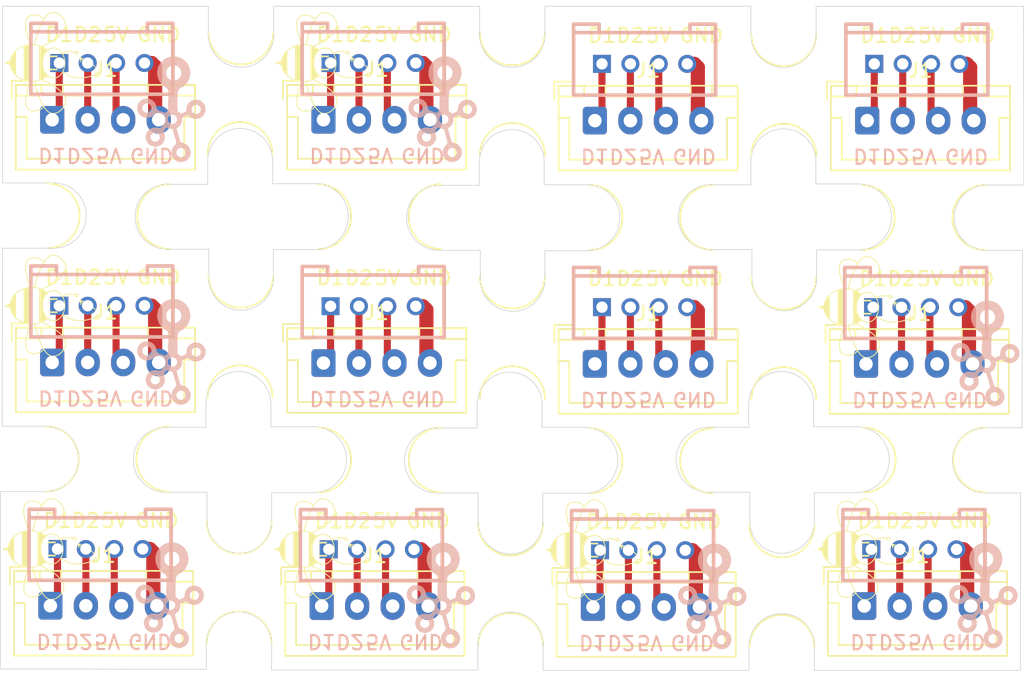
<source format=kicad_pcb>
(kicad_pcb (version 20241229) (generator "pcbnew") (generator_version "9.0")
  (layers (0 "F.Cu" signal) (2 "B.Cu" signal) (13 "F.Paste" user) (15 "B.Paste" user) (5 "F.SilkS" user "F.Silkscreen") (7 "B.SilkS" user "B.Silkscreen") (1 "F.Mask" user) (3 "B.Mask" user) (25 "Edge.Cuts" user))
  (net 0 "")
  (net 1 "GND")
  (net 2 "+5V")
  (net 3 "Net-(J1-Pad2)")
  (net 4 "Net-(J1-Pad1)")
  (footprint "Connector_JST:JST_XH_B4B-XH-A_1x04_P2.50mm_Vertical" (layer "F.Cu") (at 98.276 93.817)
    (property "Reference" "J1")
    (property "Value" "Conn_01x04")
  )
  (footprint "logo-beehive:logo-beehive-7_2х6_7mm" (layer "F.Cu") (at 98.276 89.817 -90)
    (property "Reference" "G***" (hide yes))
    (property "Value" "LOGO" (hide yes))
  )
  (footprint "Connector_JST:JST_XH_B4B-XH-A_1x04_P2.50mm_Vertical" (layer "F.Cu") (at 117.3795 93.817)
    (property "Reference" "J1")
    (property "Value" "Conn_01x04")
  )
  (footprint "Connector_JST:JST_XH_B4B-XH-A_1x04_P2.50mm_Vertical" (layer "F.Cu") (at 155.5865 111.0255)
    (property "Reference" "J1")
    (property "Value" "Conn_01x04")
  )
  (footprint "Connector_JST:JST_XH_B4B-XH-A_1x04_P2.50mm_Vertical" (layer "F.Cu") (at 98.276 110.9205)
    (property "Reference" "J1")
    (property "Value" "Conn_01x04")
  )
  (footprint "Connector_JST:JST_XH_B4B-XH-A_1x04_P2.50mm_Vertical" (layer "F.Cu") (at 117.2525 128.0875)
    (property "Reference" "J1")
    (property "Value" "Conn_01x04")
  )
  (footprint "Connector_JST:JST_XH_B4B-XH-A_1x04_P2.50mm_Vertical" (layer "F.Cu") (at 136.356 128.151)
    (property "Reference" "J1")
    (property "Value" "Conn_01x04")
  )
  (footprint "Connector_JST:JST_XH_B4B-XH-A_1x04_P2.50mm_Vertical" (layer "F.Cu") (at 155.4595 128.0875)
    (property "Reference" "J1")
    (property "Value" "Conn_01x04")
  )
  (footprint "logo-beehive:logo-beehive-7_2х6_7mm" (layer "F.Cu") (at 117.3795 89.817 -90)
    (property "Reference" "G***" (hide yes))
    (property "Value" "LOGO" (hide yes))
  )
  (footprint "logo-beehive:logo-beehive-7_2х6_7mm" (layer "F.Cu") (at 155.5865 107.0255 -90)
    (property "Reference" "G***" (hide yes))
    (property "Value" "LOGO" (hide yes))
  )
  (footprint "logo-beehive:logo-beehive-7_2х6_7mm" (layer "F.Cu") (at 98.276 106.9205 -90)
    (property "Reference" "G***" (hide yes))
    (property "Value" "LOGO" (hide yes))
  )
  (footprint "logo-beehive:logo-beehive-7_2х6_7mm" (layer "F.Cu") (at 117.2525 124.0875 -90)
    (property "Reference" "G***" (hide yes))
    (property "Value" "LOGO" (hide yes))
  )
  (footprint "logo-beehive:logo-beehive-7_2х6_7mm" (layer "F.Cu") (at 136.356 124.151 -90)
    (property "Reference" "G***" (hide yes))
    (property "Value" "LOGO" (hide yes))
  )
  (footprint "logo-beehive:logo-beehive-7_2х6_7mm" (layer "F.Cu") (at 155.4595 124.0875 -90)
    (property "Reference" "G***" (hide yes))
    (property "Value" "LOGO" (hide yes))
  )
  (footprint "panelization:mouse-bite-5mm-slot" (layer "F.Cu") (at 102.235 100.584 180)
    (property "Reference" "mouse-bite-5mm-slot" (hide yes))
    (property "Value" "VAL**" (hide yes))
  )
  (footprint "panelization:mouse-bite-5mm-slot" (layer "F.Cu") (at 130.683 92.0115 90)
    (property "Reference" "mouse-bite-5mm-slot" (hide yes))
    (property "Value" "VAL**" (hide yes))
  )
  (footprint "panelization:mouse-bite-5mm-slot" (layer "F.Cu") (at 121.352 100.6475 180)
    (property "Reference" "mouse-bite-5mm-slot" (hide yes))
    (property "Value" "VAL**" (hide yes))
  )
  (footprint "panelization:mouse-bite-5mm-slot" (layer "F.Cu") (at 130.556 126.559 90)
    (property "Reference" "mouse-bite-5mm-slot" (hide yes))
    (property "Value" "VAL**" (hide yes))
  )
  (footprint "panelization:mouse-bite-5mm-slot" (layer "F.Cu") (at 159.706 117.7925 180)
    (property "Reference" "mouse-bite-5mm-slot" (hide yes))
    (property "Value" "VAL**" (hide yes))
  )
  (footprint "logo-beehive:logo-beehive-7_2х6_7mm" (layer "F.Cu") (at 98.149 124.0655 -90)
    (property "Reference" "G***" (hide yes))
    (property "Value" "LOGO" (hide yes))
  )
  (footprint "Connector_JST:JST_XH_B4B-XH-A_1x04_P2.50mm_Vertical" (layer "F.Cu") (at 98.149 128.0655)
    (property "Reference" "J1")
    (property "Value" "Conn_01x04")
  )
  (footprint "Connector_JST:JST_XH_B4B-XH-A_1x04_P2.50mm_Vertical" (layer "F.Cu") (at 136.493 111.022)
    (property "Reference" "J1")
    (property "Value" "Conn_01x04")
  )
  (footprint "panelization:mouse-bite-5mm-slot" (layer "F.Cu") (at 111.566 109.0895 90)
    (property "Reference" "mouse-bite-5mm-slot" (hide yes))
    (property "Value" "VAL**" (hide yes))
  )
  (footprint "panelization:mouse-bite-5mm-slot" (layer "F.Cu") (at 159.639 100.711 180)
    (property "Reference" "mouse-bite-5mm-slot" (hide yes))
    (property "Value" "VAL**" (hide yes))
  )
  (footprint "panelization:mouse-bite-5mm-slot" (layer "F.Cu") (at 149.7965 109.2165 90)
    (property "Reference" "mouse-bite-5mm-slot" (hide yes))
    (property "Value" "VAL**" (hide yes))
  )
  (footprint "panelization:mouse-bite-5mm-slot" (layer "F.Cu") (at 111.4425 126.4285 90)
    (property "Reference" "mouse-bite-5mm-slot" (hide yes))
    (property "Value" "VAL**" (hide yes))
  )
  (footprint "Connector_JST:JST_XH_B4B-XH-A_1x04_P2.50mm_Vertical" (layer "F.Cu") (at 136.493 93.877)
    (property "Reference" "J1")
    (property "Value" "Conn_01x04")
  )
  (footprint "Connector_JST:JST_XH_B4B-XH-A_1x04_P2.50mm_Vertical" (layer "F.Cu") (at 117.3795 110.9585)
    (property "Reference" "J1")
    (property "Value" "Conn_01x04")
  )
  (footprint "panelization:mouse-bite-5mm-slot" (layer "F.Cu") (at 149.6695 126.686 90)
    (property "Reference" "mouse-bite-5mm-slot" (hide yes))
    (property "Value" "VAL**" (hide yes))
  )
  (footprint "panelization:mouse-bite-5mm-slot" (layer "F.Cu") (at 130.683 109.153 90)
    (property "Reference" "mouse-bite-5mm-slot" (hide yes))
    (property "Value" "VAL**" (hide yes))
  )
  (footprint "Connector_JST:JST_XH_B4B-XH-A_1x04_P2.50mm_Vertical" (layer "F.Cu") (at 155.67 93.877)
    (property "Reference" "J1")
    (property "Value" "Conn_01x04")
  )
  (footprint "panelization:mouse-bite-5mm-slot" (layer "F.Cu") (at 140.4655 117.8525 180)
    (property "Reference" "mouse-bite-5mm-slot" (hide yes))
    (property "Value" "VAL**" (hide yes))
  )
  (footprint "panelization:mouse-bite-5mm-slot" (layer "F.Cu") (at 111.566 91.948 90)
    (property "Reference" "mouse-bite-5mm-slot" (hide yes))
    (property "Value" "VAL**" (hide yes))
  )
  (footprint "panelization:mouse-bite-5mm-slot" (layer "F.Cu") (at 102.175 117.729 180)
    (property "Reference" "mouse-bite-5mm-slot" (hide yes))
    (property "Value" "VAL**" (hide yes))
  )
  (footprint "panelization:mouse-bite-5mm-slot" (layer "F.Cu") (at 121.352 117.789 180)
    (property "Reference" "mouse-bite-5mm-slot" (hide yes))
    (property "Value" "VAL**" (hide yes))
  )
  (footprint "panelization:mouse-bite-5mm-slot" (layer "F.Cu") (at 140.4655 100.7075 180)
    (property "Reference" "mouse-bite-5mm-slot" (hide yes))
    (property "Value" "VAL**" (hide yes))
  )
  (footprint "panelization:mouse-bite-5mm-slot" (layer "F.Cu") (at 149.7965 92.0715 90)
    (property "Reference" "mouse-bite-5mm-slot" (hide yes))
    (property "Value" "VAL**" (hide yes))
  )
  (footprint "Grove-Gas Sensor v1.4:4P-LEADED-2.0" (layer "B.Cu") (at 101.776 89.817)
    (property "Reference" "J2")
    (property "Value" "Conn_01x04")
  )
  (footprint "Grove-Gas Sensor v1.4:TWIGLOGO" (layer "B.Cu") (at 106.776 90.317)
    (property "Reference" "U$3" (hide yes))
    (property "Value" "" (hide yes))
  )
  (footprint "Grove-Gas Sensor v1.4:4P-LEADED-2.0" (layer "B.Cu") (at 120.8795 89.817)
    (property "Reference" "J2")
    (property "Value" "Conn_01x04")
  )
  (footprint "Grove-Gas Sensor v1.4:4P-LEADED-2.0" (layer "B.Cu") (at 159.0865 107.0255)
    (property "Reference" "J2")
    (property "Value" "Conn_01x04")
  )
  (footprint "Grove-Gas Sensor v1.4:4P-LEADED-2.0" (layer "B.Cu") (at 101.776 106.9205)
    (property "Reference" "J2")
    (property "Value" "Conn_01x04")
  )
  (footprint "Grove-Gas Sensor v1.4:4P-LEADED-2.0" (layer "B.Cu") (at 120.7525 124.0875)
    (property "Reference" "J2")
    (property "Value" "Conn_01x04")
  )
  (footprint "Grove-Gas Sensor v1.4:4P-LEADED-2.0" (layer "B.Cu") (at 139.856 124.151)
    (property "Reference" "J2")
    (property "Value" "Conn_01x04")
  )
  (footprint "Grove-Gas Sensor v1.4:4P-LEADED-2.0" (layer "B.Cu") (at 158.9595 124.0875)
    (property "Reference" "J2")
    (property "Value" "Conn_01x04")
  )
  (footprint "Grove-Gas Sensor v1.4:TWIGLOGO" (layer "B.Cu") (at 125.8795 90.317)
    (property "Reference" "U$3" (hide yes))
    (property "Value" "" (hide yes))
  )
  (footprint "Grove-Gas Sensor v1.4:TWIGLOGO" (layer "B.Cu") (at 164.0865 107.5255)
    (property "Reference" "U$3" (hide yes))
    (property "Value" "" (hide yes))
  )
  (footprint "Grove-Gas Sensor v1.4:TWIGLOGO" (layer "B.Cu") (at 106.776 107.4205)
    (property "Reference" "U$3" (hide yes))
    (property "Value" "" (hide yes))
  )
  (footprint "Grove-Gas Sensor v1.4:TWIGLOGO" (layer "B.Cu") (at 125.7525 124.5875)
    (property "Reference" "U$3" (hide yes))
    (property "Value" "" (hide yes))
  )
  (footprint "Grove-Gas Sensor v1.4:TWIGLOGO" (layer "B.Cu") (at 144.856 124.651)
    (property "Reference" "U$3" (hide yes))
    (property "Value" "" (hide yes))
  )
  (footprint "Grove-Gas Sensor v1.4:TWIGLOGO" (layer "B.Cu") (at 163.9595 124.5875)
    (property "Reference" "U$3" (hide yes))
    (property "Value" "" (hide yes))
  )
  (footprint "Grove-Gas Sensor v1.4:4P-LEADED-2.0" (layer "B.Cu") (at 101.649 124.0655)
    (property "Reference" "J2")
    (property "Value" "Conn_01x04")
  )
  (footprint "Grove-Gas Sensor v1.4:TWIGLOGO" (layer "B.Cu") (at 106.649 124.5655)
    (property "Reference" "U$3" (hide yes))
    (property "Value" "" (hide yes))
  )
  (footprint "Grove-Gas Sensor v1.4:4P-LEADED-2.0" (layer "B.Cu") (at 139.993 107.022)
    (property "Reference" "J2")
    (property "Value" "Conn_01x04")
  )
  (footprint "Grove-Gas Sensor v1.4:4P-LEADED-2.0" (layer "B.Cu") (at 159.17 89.877)
    (property "Reference" "J2")
    (property "Value" "Conn_01x04")
  )
  (footprint "Grove-Gas Sensor v1.4:4P-LEADED-2.0" (layer "B.Cu") (at 120.8795 106.9585)
    (property "Reference" "J2")
    (property "Value" "Conn_01x04")
  )
  (footprint "Grove-Gas Sensor v1.4:4P-LEADED-2.0" (layer "B.Cu") (at 139.993 89.877)
    (property "Reference" "J2")
    (property "Value" "Conn_01x04")
  )
  (gr_line (start 113.676 113.842) (end 113.676 115.442) (stroke (width 0.05)) (layer "Edge.Cuts"))
  (gr_arc (start 128.351 96.792) (mid 130.6385 94.5045) (end 132.926 96.792) (stroke (width 0.05)) (layer "Edge.Cuts"))
  (gr_arc (start 116.801 98.317) (mid 119.126 100.642) (end 116.801 102.967) (stroke (width 0.05)) (layer "Edge.Cuts"))
  (gr_line (start 166.476 120.117) (end 166.451 132.617) (stroke (width 0.05)) (layer "Edge.Cuts"))
  (gr_line (start 113.726 120.092) (end 113.726 122.092) (stroke (width 0.05)) (layer "Edge.Cuts"))
  (gr_line (start 94.626 120.017) (end 97.826 120.017) (stroke (width 0.05)) (layer "Edge.Cuts"))
  (gr_arc (start 155.051 98.342) (mid 157.376 100.667) (end 155.051 102.992) (stroke (width 0.05)) (layer "Edge.Cuts"))
  (gr_line (start 94.776 85.817) (end 109.276 85.817) (stroke (width 0.05)) (layer "Edge.Cuts"))
  (gr_line (start 132.926 98.392) (end 135.926 98.392) (stroke (width 0.05)) (layer "Edge.Cuts"))
  (gr_arc (start 97.851 115.417) (mid 100.1385 117.7295) (end 97.826 120.017) (stroke (width 0.05)) (layer "Edge.Cuts"))
  (gr_line (start 147.476 98.392) (end 147.476 96.742) (stroke (width 0.05)) (layer "Edge.Cuts"))
  (gr_line (start 166.701 98.417) (end 164.101 98.417) (stroke (width 0.05)) (layer "Edge.Cuts"))
  (gr_arc (start 144.501 120.067) (mid 142.2135 117.7795) (end 144.501 115.492) (stroke (width 0.05)) (layer "Edge.Cuts"))
  (gr_line (start 109.101 115.492) (end 109.101 113.842) (stroke (width 0.05)) (layer "Edge.Cuts"))
  (gr_arc (start 106.401 102.942) (mid 104.1135 100.6545) (end 106.401 98.367) (stroke (width 0.05)) (layer "Edge.Cuts"))
  (gr_line (start 147.401 122.092) (end 147.401 120.067) (stroke (width 0.05)) (layer "Edge.Cuts"))
  (gr_line (start 116.801 102.967) (end 113.851 102.967) (stroke (width 0.05)) (layer "Edge.Cuts"))
  (gr_arc (start 113.851 104.967) (mid 111.576 107.242) (end 109.301 104.967) (stroke (width 0.05)) (layer "Edge.Cuts"))
  (gr_arc (start 106.276 120.067) (mid 103.9885 117.7795) (end 106.276 115.492) (stroke (width 0.05)) (layer "Edge.Cuts"))
  (gr_arc (start 132.976 87.817) (mid 130.676 90.117) (end 128.376 87.817) (stroke (width 0.05)) (layer "Edge.Cuts"))
  (gr_arc (start 164.101 103.017) (mid 161.801 100.717) (end 164.101 98.417) (stroke (width 0.05)) (layer "Edge.Cuts"))
  (gr_line (start 144.651 98.392) (end 147.476 98.392) (stroke (width 0.05)) (layer "Edge.Cuts"))
  (gr_line (start 151.951 132.617) (end 151.951 130.917) (stroke (width 0.05)) (layer "Edge.Cuts"))
  (gr_line (start 106.276 115.492) (end 109.101 115.492) (stroke (width 0.05)) (layer "Edge.Cuts"))
  (gr_line (start 144.501 115.492) (end 147.326 115.492) (stroke (width 0.05)) (layer "Edge.Cuts"))
  (gr_line (start 151.901 115.442) (end 154.901 115.442) (stroke (width 0.05)) (layer "Edge.Cuts"))
  (gr_line (start 166.451 132.617) (end 151.951 132.617) (stroke (width 0.05)) (layer "Edge.Cuts"))
  (gr_line (start 152.076 87.817) (end 152.076 85.817) (stroke (width 0.05)) (layer "Edge.Cuts"))
  (gr_line (start 147.351 132.617) (end 132.851 132.617) (stroke (width 0.05)) (layer "Edge.Cuts"))
  (gr_line (start 109.126 130.792) (end 109.126 132.542) (stroke (width 0.05)) (layer "Edge.Cuts"))
  (gr_arc (start 128.251 130.817) (mid 130.551 128.517) (end 132.851 130.817) (stroke (width 0.05)) (layer "Edge.Cuts"))
  (gr_arc (start 113.876 87.817) (mid 111.576 90.117) (end 109.276 87.817) (stroke (width 0.05)) (layer "Edge.Cuts"))
  (gr_arc (start 109.126 130.792) (mid 111.426 128.492) (end 113.726 130.792) (stroke (width 0.05)) (layer "Edge.Cuts"))
  (gr_line (start 113.676 115.442) (end 116.676 115.442) (stroke (width 0.05)) (layer "Edge.Cuts"))
  (gr_line (start 109.301 104.967) (end 109.301 102.942) (stroke (width 0.05)) (layer "Edge.Cuts"))
  (gr_line (start 154.901 120.092) (end 151.951 120.092) (stroke (width 0.05)) (layer "Edge.Cuts"))
  (gr_line (start 132.976 103.042) (end 132.976 105.042) (stroke (width 0.05)) (layer "Edge.Cuts"))
  (gr_line (start 163.976 120.117) (end 166.476 120.117) (stroke (width 0.05)) (layer "Edge.Cuts"))
  (gr_arc (start 152.101 104.992) (mid 149.826 107.267) (end 147.551 104.992) (stroke (width 0.05)) (layer "Edge.Cuts"))
  (gr_line (start 128.276 122.142) (end 128.276 120.117) (stroke (width 0.05)) (layer "Edge.Cuts"))
  (gr_arc (start 151.951 122.092) (mid 149.676 124.367) (end 147.401 122.092) (stroke (width 0.05)) (layer "Edge.Cuts"))
  (gr_line (start 147.351 130.917) (end 147.351 132.617) (stroke (width 0.05)) (layer "Edge.Cuts"))
  (gr_line (start 151.901 113.842) (end 151.901 115.442) (stroke (width 0.05)) (layer "Edge.Cuts"))
  (gr_arc (start 135.776 115.492) (mid 138.101 117.817) (end 135.776 120.142) (stroke (width 0.05)) (layer "Edge.Cuts"))
  (gr_line (start 94.776 98.267) (end 94.776 85.817) (stroke (width 0.05)) (layer "Edge.Cuts"))
  (gr_line (start 109.301 102.942) (end 106.401 102.942) (stroke (width 0.05)) (layer "Edge.Cuts"))
  (gr_line (start 106.401 98.367) (end 109.226 98.367) (stroke (width 0.05)) (layer "Edge.Cuts"))
  (gr_line (start 128.426 103.017) (end 125.526 103.017) (stroke (width 0.05)) (layer "Edge.Cuts"))
  (gr_line (start 128.276 120.117) (end 125.376 120.117) (stroke (width 0.05)) (layer "Edge.Cuts"))
  (gr_line (start 152.051 98.342) (end 155.051 98.342) (stroke (width 0.05)) (layer "Edge.Cuts"))
  (gr_line (start 132.926 96.792) (end 132.926 98.392) (stroke (width 0.05)) (layer "Edge.Cuts"))
  (gr_line (start 128.351 98.442) (end 128.351 96.792) (stroke (width 0.05)) (layer "Edge.Cuts"))
  (gr_line (start 166.601 103.017) (end 166.576 115.517) (stroke (width 0.05)) (layer "Edge.Cuts"))
  (gr_line (start 94.776 98.267) (end 98.376 98.267) (stroke (width 0.05)) (layer "Edge.Cuts"))
  (gr_arc (start 152.076 87.817) (mid 149.776 90.117) (end 147.476 87.817) (stroke (width 0.05)) (layer "Edge.Cuts"))
  (gr_line (start 109.276 85.817) (end 109.276 87.817) (stroke (width 0.05)) (layer "Edge.Cuts"))
  (gr_line (start 135.776 120.142) (end 132.826 120.142) (stroke (width 0.05)) (layer "Edge.Cuts"))
  (gr_line (start 113.876 87.817) (end 113.876 85.817) (stroke (width 0.05)) (layer "Edge.Cuts"))
  (gr_line (start 113.801 98.317) (end 116.801 98.317) (stroke (width 0.05)) (layer "Edge.Cuts"))
  (gr_arc (start 147.476 96.742) (mid 149.7635 94.4545) (end 152.051 96.742) (stroke (width 0.05)) (layer "Edge.Cuts"))
  (gr_line (start 94.626 132.517) (end 94.626 120.017) (stroke (width 0.05)) (layer "Edge.Cuts"))
  (gr_line (start 166.576 115.517) (end 163.976 115.517) (stroke (width 0.05)) (layer "Edge.Cuts"))
  (gr_line (start 109.176 122.092) (end 109.176 120.067) (stroke (width 0.05)) (layer "Edge.Cuts"))
  (gr_line (start 128.251 132.592) (end 113.726 132.592) (stroke (width 0.05)) (layer "Edge.Cuts"))
  (gr_line (start 132.776 113.892) (end 132.776 115.492) (stroke (width 0.05)) (layer "Edge.Cuts"))
  (gr_line (start 132.851 132.617) (end 132.851 130.817) (stroke (width 0.05)) (layer "Edge.Cuts"))
  (gr_line (start 147.551 102.967) (end 144.651 102.967) (stroke (width 0.05)) (layer "Edge.Cuts"))
  (gr_line (start 113.801 96.717) (end 113.801 98.317) (stroke (width 0.05)) (layer "Edge.Cuts"))
  (gr_line (start 155.051 102.992) (end 152.101 102.992) (stroke (width 0.05)) (layer "Edge.Cuts"))
  (gr_arc (start 147.326 113.842) (mid 149.6135 111.5545) (end 151.901 113.842) (stroke (width 0.05)) (layer "Edge.Cuts"))
  (gr_line (start 151.951 120.092) (end 151.951 122.092) (stroke (width 0.05)) (layer "Edge.Cuts"))
  (gr_line (start 94.751 115.417) (end 94.776 102.867) (stroke (width 0.05)) (layer "Edge.Cuts"))
  (gr_line (start 152.051 96.742) (end 152.051 98.342) (stroke (width 0.05)) (layer "Edge.Cuts"))
  (gr_arc (start 109.226 96.717) (mid 111.5135 94.4295) (end 113.801 96.717) (stroke (width 0.05)) (layer "Edge.Cuts"))
  (gr_arc (start 125.526 103.017) (mid 123.2385 100.7295) (end 125.526 98.442) (stroke (width 0.05)) (layer "Edge.Cuts"))
  (gr_line (start 152.101 102.992) (end 152.101 104.992) (stroke (width 0.05)) (layer "Edge.Cuts"))
  (gr_line (start 166.676 85.817) (end 166.701 98.417) (stroke (width 0.05)) (layer "Edge.Cuts"))
  (gr_line (start 128.251 130.817) (end 128.251 132.592) (stroke (width 0.05)) (layer "Edge.Cuts"))
  (gr_line (start 132.976 87.817) (end 132.976 85.817) (stroke (width 0.05)) (layer "Edge.Cuts"))
  (gr_arc (start 113.726 122.092) (mid 111.451 124.367) (end 109.176 122.092) (stroke (width 0.05)) (layer "Edge.Cuts"))
  (gr_arc (start 147.351 130.917) (mid 149.651 128.617) (end 151.951 130.917) (stroke (width 0.05)) (layer "Edge.Cuts"))
  (gr_arc (start 132.976 105.042) (mid 130.701 107.317) (end 128.426 105.042) (stroke (width 0.05)) (layer "Edge.Cuts"))
  (gr_line (start 113.726 132.592) (end 113.726 130.792) (stroke (width 0.05)) (layer "Edge.Cuts"))
  (gr_arc (start 144.651 102.967) (mid 142.3635 100.6795) (end 144.651 98.392) (stroke (width 0.05)) (layer "Edge.Cuts"))
  (gr_line (start 98.376 102.867) (end 94.776 102.867) (stroke (width 0.05)) (layer "Edge.Cuts"))
  (gr_line (start 147.326 115.492) (end 147.326 113.842) (stroke (width 0.05)) (layer "Edge.Cuts"))
  (gr_line (start 132.976 85.817) (end 147.476 85.817) (stroke (width 0.05)) (layer "Edge.Cuts"))
  (gr_line (start 147.401 120.067) (end 144.501 120.067) (stroke (width 0.05)) (layer "Edge.Cuts"))
  (gr_line (start 147.476 85.817) (end 147.476 87.817) (stroke (width 0.05)) (layer "Edge.Cuts"))
  (gr_line (start 164.101 103.017) (end 166.601 103.017) (stroke (width 0.05)) (layer "Edge.Cuts"))
  (gr_line (start 132.826 120.142) (end 132.826 122.142) (stroke (width 0.05)) (layer "Edge.Cuts"))
  (gr_arc (start 154.901 115.442) (mid 157.226 117.767) (end 154.901 120.092) (stroke (width 0.05)) (layer "Edge.Cuts"))
  (gr_line (start 113.851 102.967) (end 113.851 104.967) (stroke (width 0.05)) (layer "Edge.Cuts"))
  (gr_arc (start 109.101 113.842) (mid 111.3885 111.5545) (end 113.676 113.842) (stroke (width 0.05)) (layer "Edge.Cuts"))
  (gr_arc (start 132.826 122.142) (mid 130.551 124.417) (end 128.276 122.142) (stroke (width 0.05)) (layer "Edge.Cuts"))
  (gr_line (start 132.776 115.492) (end 135.776 115.492) (stroke (width 0.05)) (layer "Edge.Cuts"))
  (gr_line (start 128.426 105.042) (end 128.426 103.017) (stroke (width 0.05)) (layer "Edge.Cuts"))
  (gr_line (start 152.076 85.817) (end 166.676 85.817) (stroke (width 0.05)) (layer "Edge.Cuts"))
  (gr_arc (start 135.926 98.392) (mid 138.251 100.717) (end 135.926 103.042) (stroke (width 0.05)) (layer "Edge.Cuts"))
  (gr_line (start 125.376 115.542) (end 128.201 115.542) (stroke (width 0.05)) (layer "Edge.Cuts"))
  (gr_arc (start 98.376 98.267) (mid 100.676 100.567) (end 98.376 102.867) (stroke (width 0.05)) (layer "Edge.Cuts"))
  (gr_line (start 113.876 85.817) (end 128.376 85.817) (stroke (width 0.05)) (layer "Edge.Cuts"))
  (gr_line (start 128.201 115.542) (end 128.201 113.892) (stroke (width 0.05)) (layer "Edge.Cuts"))
  (gr_arc (start 163.976 120.117) (mid 161.676 117.817) (end 163.976 115.517) (stroke (width 0.05)) (layer "Edge.Cuts"))
  (gr_line (start 135.926 103.042) (end 132.976 103.042) (stroke (width 0.05)) (layer "Edge.Cuts"))
  (gr_line (start 116.676 120.092) (end 113.726 120.092) (stroke (width 0.05)) (layer "Edge.Cuts"))
  (gr_line (start 109.126 132.542) (end 94.626 132.517) (stroke (width 0.05)) (layer "Edge.Cuts"))
  (gr_line (start 109.226 98.367) (end 109.226 96.717) (stroke (width 0.05)) (layer "Edge.Cuts"))
  (gr_arc (start 128.201 113.892) (mid 130.4885 111.6045) (end 132.776 113.892) (stroke (width 0.05)) (layer "Edge.Cuts"))
  (gr_line (start 147.551 104.992) (end 147.551 102.967) (stroke (width 0.05)) (layer "Edge.Cuts"))
  (gr_line (start 97.851 115.417) (end 94.751 115.417) (stroke (width 0.05)) (layer "Edge.Cuts"))
  (gr_arc (start 125.376 120.117) (mid 123.0885 117.8295) (end 125.376 115.542) (stroke (width 0.05)) (layer "Edge.Cuts"))
  (gr_arc (start 116.676 115.442) (mid 119.001 117.767) (end 116.676 120.092) (stroke (width 0.05)) (layer "Edge.Cuts"))
  (gr_line (start 109.176 120.067) (end 106.276 120.067) (stroke (width 0.05)) (layer "Edge.Cuts"))
  (gr_line (start 125.526 98.442) (end 128.351 98.442) (stroke (width 0.05)) (layer "Edge.Cuts"))
  (gr_line (start 128.376 85.817) (end 128.376 87.817) (stroke (width 0.05)) (layer "Edge.Cuts"))
  (gr_text "5V" (at 102.776 87.817 0) (layer "F.SilkS") (effects (font (size 1 1))))
  (gr_text "D2" (at 100.776 87.817 0) (layer "F.SilkS") (effects (font (size 1 1))))
  (gr_text "D1" (at 98.776 87.817 0) (layer "F.SilkS") (effects (font (size 1 1))))
  (gr_text "D2" (at 119.8795 87.817 0) (layer "F.SilkS") (effects (font (size 1 1))))
  (gr_text "D2" (at 158.0865 105.0255 0) (layer "F.SilkS") (effects (font (size 1 1))))
  (gr_text "D2" (at 100.776 104.9205 0) (layer "F.SilkS") (effects (font (size 1 1))))
  (gr_text "D2" (at 119.7525 122.0875 0) (layer "F.SilkS") (effects (font (size 1 1))))
  (gr_text "D2" (at 138.856 122.151 0) (layer "F.SilkS") (effects (font (size 1 1))))
  (gr_text "D2" (at 157.9595 122.0875 0) (layer "F.SilkS") (effects (font (size 1 1))))
  (gr_text "5V" (at 121.8795 87.817 0) (layer "F.SilkS") (effects (font (size 1 1))))
  (gr_text "5V" (at 160.0865 105.0255 0) (layer "F.SilkS") (effects (font (size 1 1))))
  (gr_text "5V" (at 102.776 104.9205 0) (layer "F.SilkS") (effects (font (size 1 1))))
  (gr_text "5V" (at 121.7525 122.0875 0) (layer "F.SilkS") (effects (font (size 1 1))))
  (gr_text "5V" (at 140.856 122.151 0) (layer "F.SilkS") (effects (font (size 1 1))))
  (gr_text "5V" (at 159.9595 122.0875 0) (layer "F.SilkS") (effects (font (size 1 1))))
  (gr_text "D1" (at 117.8795 87.817 0) (layer "F.SilkS") (effects (font (size 1 1))))
  (gr_text "D1" (at 156.0865 105.0255 0) (layer "F.SilkS") (effects (font (size 1 1))))
  (gr_text "D1" (at 98.776 104.9205 0) (layer "F.SilkS") (effects (font (size 1 1))))
  (gr_text "D1" (at 117.7525 122.0875 0) (layer "F.SilkS") (effects (font (size 1 1))))
  (gr_text "D1" (at 136.856 122.151 0) (layer "F.SilkS") (effects (font (size 1 1))))
  (gr_text "D1" (at 155.9595 122.0875 0) (layer "F.SilkS") (effects (font (size 1 1))))
  (gr_text "GND" (at 124.8795 87.817 0) (layer "F.SilkS") (effects (font (size 1 1))))
  (gr_text "GND" (at 163.0865 105.0255 0) (layer "F.SilkS") (effects (font (size 1 1))))
  (gr_text "GND" (at 105.776 104.9205 0) (layer "F.SilkS") (effects (font (size 1 1))))
  (gr_text "GND" (at 124.7525 122.0875 0) (layer "F.SilkS") (effects (font (size 1 1))))
  (gr_text "GND" (at 143.856 122.151 0) (layer "F.SilkS") (effects (font (size 1 1))))
  (gr_text "GND" (at 162.9595 122.0875 0) (layer "F.SilkS") (effects (font (size 1 1))))
  (gr_text "D1" (at 98.649 122.0655 0) (layer "F.SilkS") (effects (font (size 1 1))))
  (gr_text "GND" (at 105.649 122.0655 0) (layer "F.SilkS") (effects (font (size 1 1))))
  (gr_text "5V" (at 102.649 122.0655 0) (layer "F.SilkS") (effects (font (size 1 1))))
  (gr_text "D2" (at 100.649 122.0655 0) (layer "F.SilkS") (effects (font (size 1 1))))
  (gr_text "5V" (at 140.97 105.022 0) (layer "F.SilkS") (effects (font (size 1 1))))
  (gr_text "D1" (at 136.993 105.022 0) (layer "F.SilkS") (effects (font (size 1 1))))
  (gr_text "GND" (at 143.993 105.022 0) (layer "F.SilkS") (effects (font (size 1 1))))
  (gr_text "D2" (at 138.993 105.022 0) (layer "F.SilkS") (effects (font (size 1 1))))
  (gr_text "D1" (at 136.993 87.877 0) (layer "F.SilkS") (effects (font (size 1 1))))
  (gr_text "D1" (at 156.17 87.877 0) (layer "F.SilkS") (effects (font (size 1 1))))
  (gr_text "5V" (at 140.993 87.877 0) (layer "F.SilkS") (effects (font (size 1 1))))
  (gr_text "D2" (at 138.993 87.877 0) (layer "F.SilkS") (effects (font (size 1 1))))
  (gr_text "D2" (at 158.17 87.877 0) (layer "F.SilkS") (effects (font (size 1 1))))
  (gr_text "GND" (at 163.17 87.877 0) (layer "F.SilkS") (effects (font (size 1 1))))
  (gr_text "D1" (at 117.8795 104.9585 0) (layer "F.SilkS") (effects (font (size 1 1))))
  (gr_text "D2" (at 119.8795 104.9585 0) (layer "F.SilkS") (effects (font (size 1 1))))
  (gr_text "GND" (at 105.776 87.817 0) (layer "F.SilkS") (effects (font (size 1 1))))
  (gr_text "5V" (at 160.17 87.877 0) (layer "F.SilkS") (effects (font (size 1 1))))
  (gr_text "GND" (at 143.993 87.877 0) (layer "F.SilkS") (effects (font (size 1 1))))
  (gr_text "GND" (at 124.8795 104.9585 0) (layer "F.SilkS") (effects (font (size 1 1))))
  (gr_text "5V" (at 121.8795 104.9585 0) (layer "F.SilkS") (effects (font (size 1 1))))
  (gr_text "5V" (at 102.276 96.317 180) (layer "B.SilkS") (effects (font (size 1 1)) (justify mirror)))
  (gr_text "GND" (at 105.276 96.317 180) (layer "B.SilkS") (effects (font (size 1 1)) (justify mirror)))
  (gr_text "D2" (at 100.276 96.317 180) (layer "B.SilkS") (effects (font (size 1 1)) (justify mirror)))
  (gr_text "D1" (at 98.276 96.317 180) (layer "B.SilkS") (effects (font (size 1 1)) (justify mirror)))
  (gr_text "D2" (at 119.3795 96.317 180) (layer "B.SilkS") (effects (font (size 1 1)) (justify mirror)))
  (gr_text "D2" (at 157.5865 113.5255 180) (layer "B.SilkS") (effects (font (size 1 1)) (justify mirror)))
  (gr_text "D2" (at 100.276 113.4205 180) (layer "B.SilkS") (effects (font (size 1 1)) (justify mirror)))
  (gr_text "D2" (at 119.2525 130.5875 180) (layer "B.SilkS") (effects (font (size 1 1)) (justify mirror)))
  (gr_text "D2" (at 138.356 130.651 180) (layer "B.SilkS") (effects (font (size 1 1)) (justify mirror)))
  (gr_text "D2" (at 157.4595 130.5875 180) (layer "B.SilkS") (effects (font (size 1 1)) (justify mirror)))
  (gr_text "GND" (at 124.3795 96.317 180) (layer "B.SilkS") (effects (font (size 1 1)) (justify mirror)))
  (gr_text "GND" (at 162.5865 113.5255 180) (layer "B.SilkS") (effects (font (size 1 1)) (justify mirror)))
  (gr_text "GND" (at 105.276 113.4205 180) (layer "B.SilkS") (effects (font (size 1 1)) (justify mirror)))
  (gr_text "GND" (at 124.2525 130.5875 180) (layer "B.SilkS") (effects (font (size 1 1)) (justify mirror)))
  (gr_text "GND" (at 143.356 130.651 180) (layer "B.SilkS") (effects (font (size 1 1)) (justify mirror)))
  (gr_text "GND" (at 162.4595 130.5875 180) (layer "B.SilkS") (effects (font (size 1 1)) (justify mirror)))
  (gr_text "5V" (at 121.3795 96.317 180) (layer "B.SilkS") (effects (font (size 1 1)) (justify mirror)))
  (gr_text "5V" (at 159.5865 113.5255 180) (layer "B.SilkS") (effects (font (size 1 1)) (justify mirror)))
  (gr_text "5V" (at 102.276 113.4205 180) (layer "B.SilkS") (effects (font (size 1 1)) (justify mirror)))
  (gr_text "5V" (at 121.2525 130.5875 180) (layer "B.SilkS") (effects (font (size 1 1)) (justify mirror)))
  (gr_text "5V" (at 140.356 130.651 180) (layer "B.SilkS") (effects (font (size 1 1)) (justify mirror)))
  (gr_text "5V" (at 159.4595 130.5875 180) (layer "B.SilkS") (effects (font (size 1 1)) (justify mirror)))
  (gr_text "D1" (at 117.3795 96.317 180) (layer "B.SilkS") (effects (font (size 1 1)) (justify mirror)))
  (gr_text "D1" (at 155.5865 113.5255 180) (layer "B.SilkS") (effects (font (size 1 1)) (justify mirror)))
  (gr_text "D1" (at 98.276 113.4205 180) (layer "B.SilkS") (effects (font (size 1 1)) (justify mirror)))
  (gr_text "D1" (at 117.2525 130.5875 180) (layer "B.SilkS") (effects (font (size 1 1)) (justify mirror)))
  (gr_text "D1" (at 136.356 130.651 180) (layer "B.SilkS") (effects (font (size 1 1)) (justify mirror)))
  (gr_text "D1" (at 155.4595 130.5875 180) (layer "B.SilkS") (effects (font (size 1 1)) (justify mirror)))
  (gr_text "5V" (at 102.149 130.5655 180) (layer "B.SilkS") (effects (font (size 1 1)) (justify mirror)))
  (gr_text "D1" (at 98.149 130.5655 180) (layer "B.SilkS") (effects (font (size 1 1)) (justify mirror)))
  (gr_text "GND" (at 105.149 130.5655 180) (layer "B.SilkS") (effects (font (size 1 1)) (justify mirror)))
  (gr_text "D2" (at 100.149 130.5655 180) (layer "B.SilkS") (effects (font (size 1 1)) (justify mirror)))
  (gr_text "D2" (at 138.493 113.522 180) (layer "B.SilkS") (effects (font (size 1 1)) (justify mirror)))
  (gr_text "GND" (at 143.493 113.522 180) (layer "B.SilkS") (effects (font (size 1 1)) (justify mirror)))
  (gr_text "5V" (at 140.493 113.522 180) (layer "B.SilkS") (effects (font (size 1 1)) (justify mirror)))
  (gr_text "D1" (at 136.493 113.522 180) (layer "B.SilkS") (effects (font (size 1 1)) (justify mirror)))
  (gr_text "D2" (at 157.67 96.377 180) (layer "B.SilkS") (effects (font (size 1 1)) (justify mirror)))
  (gr_text "5V" (at 121.3795 113.4585 180) (layer "B.SilkS") (effects (font (size 1 1)) (justify mirror)))
  (gr_text "5V" (at 159.67 96.377 180) (layer "B.SilkS") (effects (font (size 1 1)) (justify mirror)))
  (gr_text "GND" (at 143.493 96.377 180) (layer "B.SilkS") (effects (font (size 1 1)) (justify mirror)))
  (gr_text "5V" (at 140.493 96.377 180) (layer "B.SilkS") (effects (font (size 1 1)) (justify mirror)))
  (gr_text "D1" (at 117.3795 113.4585 180) (layer "B.SilkS") (effects (font (size 1 1)) (justify mirror)))
  (gr_text "D2" (at 119.3795 113.4585 180) (layer "B.SilkS") (effects (font (size 1 1)) (justify mirror)))
  (gr_text "GND" (at 124.3795 113.4585 180) (layer "B.SilkS") (effects (font (size 1 1)) (justify mirror)))
  (gr_text "GND" (at 162.67 96.377 180) (layer "B.SilkS") (effects (font (size 1 1)) (justify mirror)))
  (gr_text "D1" (at 136.493 96.377 180) (layer "B.SilkS") (effects (font (size 1 1)) (justify mirror)))
  (gr_text "D2" (at 138.493 96.377 180) (layer "B.SilkS") (effects (font (size 1 1)) (justify mirror)))
  (gr_text "D1" (at 155.67 96.377 180) (layer "B.SilkS") (effects (font (size 1 1)) (justify mirror)))
  (segment (start 102.649 124.0655) (end 102.649 127.5655) (width 0.5) (layer "F.Cu") (net 0))
  (segment (start 105.649 128.0655) (end 105.399 127.8155) (width 1) (layer "F.Cu") (net 0))
  (segment (start 98.149 128.0655) (end 98.649 127.5655) (width 0.5) (layer "F.Cu") (net 0))
  (segment (start 105.149 124.0655) (end 104.649 124.0655) (width 1) (layer "F.Cu") (net 0))
  (segment (start 100.649 124.0655) (end 100.649 128.0655) (width 0.5) (layer "F.Cu") (net 0))
  (segment (start 98.649 127.5655) (end 98.649 124.0655) (width 0.5) (layer "F.Cu") (net 0))
  (segment (start 105.399 124.3155) (end 105.149 124.0655) (width 1) (layer "F.Cu") (net 0))
  (segment (start 105.399 127.8155) (end 105.399 124.3155) (width 1) (layer "F.Cu") (net 0))
  (segment (start 102.649 127.5655) (end 103.149 128.0655) (width 0.5) (layer "F.Cu") (net 0))
  (segment (start 124.6295 110.7085) (end 124.6295 107.2085) (width 1) (layer "F.Cu") (net 0))
  (segment (start 119.8795 106.9585) (end 119.8795 110.9585) (width 0.5) (layer "F.Cu") (net 0))
  (segment (start 117.8795 110.4585) (end 117.8795 106.9585) (width 0.5) (layer "F.Cu") (net 0))
  (segment (start 121.8795 106.9585) (end 121.8795 110.4585) (width 0.5) (layer "F.Cu") (net 0))
  (segment (start 124.6295 107.2085) (end 124.3795 106.9585) (width 1) (layer "F.Cu") (net 0))
  (segment (start 124.3795 106.9585) (end 123.8795 106.9585) (width 1) (layer "F.Cu") (net 0))
  (segment (start 121.8795 110.4585) (end 122.3795 110.9585) (width 0.5) (layer "F.Cu") (net 0))
  (segment (start 117.3795 110.9585) (end 117.8795 110.4585) (width 0.5) (layer "F.Cu") (net 0))
  (segment (start 124.8795 110.9585) (end 124.6295 110.7085) (width 1) (layer "F.Cu") (net 0))
  (segment (start 143.743 90.127) (end 143.493 89.877) (width 1) (layer "F.Cu") (net 0))
  (segment (start 143.743 93.627) (end 143.743 90.127) (width 1) (layer "F.Cu") (net 0))
  (segment (start 143.743 110.772) (end 143.743 107.272) (width 1) (layer "F.Cu") (net 0))
  (segment (start 160.17 93.377) (end 160.67 93.877) (width 0.5) (layer "F.Cu") (net 0))
  (segment (start 136.993 93.377) (end 136.993 89.877) (width 0.5) (layer "F.Cu") (net 0))
  (segment (start 162.67 89.877) (end 162.17 89.877) (width 1) (layer "F.Cu") (net 0))
  (segment (start 163.17 93.877) (end 162.92 93.627) (width 1) (layer "F.Cu") (net 0))
  (segment (start 140.993 89.877) (end 140.993 93.377) (width 0.5) (layer "F.Cu") (net 0))
  (segment (start 162.92 90.127) (end 162.67 89.877) (width 1) (layer "F.Cu") (net 0))
  (segment (start 160.17 89.877) (end 160.17 93.377) (width 0.5) (layer "F.Cu") (net 0))
  (segment (start 143.743 107.272) (end 143.493 107.022) (width 1) (layer "F.Cu") (net 0))
  (segment (start 143.493 107.022) (end 142.993 107.022) (width 1) (layer "F.Cu") (net 0))
  (segment (start 136.493 93.877) (end 136.993 93.377) (width 0.5) (layer "F.Cu") (net 0))
  (segment (start 140.993 107.022) (end 140.993 110.522) (width 0.5) (layer "F.Cu") (net 0))
  (segment (start 143.993 111.022) (end 143.743 110.772) (width 1) (layer "F.Cu") (net 0))
  (segment (start 138.993 107.022) (end 138.993 111.022) (width 0.5) (layer "F.Cu") (net 0))
  (segment (start 143.493 89.877) (end 142.993 89.877) (width 1) (layer "F.Cu") (net 0))
  (segment (start 138.993 89.877) (end 138.993 93.877) (width 0.5) (layer "F.Cu") (net 0))
  (segment (start 162.92 93.627) (end 162.92 90.127) (width 1) (layer "F.Cu") (net 0))
  (segment (start 136.993 110.522) (end 136.993 107.022) (width 0.5) (layer "F.Cu") (net 0))
  (segment (start 136.493 111.022) (end 136.993 110.522) (width 0.5) (layer "F.Cu") (net 0))
  (segment (start 155.67 93.877) (end 156.17 93.377) (width 0.5) (layer "F.Cu") (net 0))
  (segment (start 140.993 93.377) (end 141.493 93.877) (width 0.5) (layer "F.Cu") (net 0))
  (segment (start 158.17 89.877) (end 158.17 93.877) (width 0.5) (layer "F.Cu") (net 0))
  (segment (start 143.993 93.877) (end 143.743 93.627) (width 1) (layer "F.Cu") (net 0))
  (segment (start 140.993 110.522) (end 141.493 111.022) (width 0.5) (layer "F.Cu") (net 0))
  (segment (start 156.17 93.377) (end 156.17 89.877) (width 0.5) (layer "F.Cu") (net 0))
  (segment (start 124.6295 93.567) (end 124.6295 90.067) (width 1) (layer "F.Cu") (net 1))
  (segment (start 162.8365 110.7755) (end 162.8365 107.2755) (width 1) (layer "F.Cu") (net 1))
  (segment (start 105.526 110.6705) (end 105.526 107.1705) (width 1) (layer "F.Cu") (net 1))
  (segment (start 124.5025 127.8375) (end 124.5025 124.3375) (width 1) (layer "F.Cu") (net 1))
  (segment (start 143.606 127.901) (end 143.606 124.401) (width 1) (layer "F.Cu") (net 1))
  (segment (start 162.7095 127.8375) (end 162.7095 124.3375) (width 1) (layer "F.Cu") (net 1))
  (segment (start 124.3795 89.817) (end 123.8795 89.817) (width 1) (layer "F.Cu") (net 1))
  (segment (start 162.5865 107.0255) (end 162.0865 107.0255) (width 1) (layer "F.Cu") (net 1))
  (segment (start 105.276 106.9205) (end 104.776 106.9205) (width 1) (layer "F.Cu") (net 1))
  (segment (start 124.2525 124.0875) (end 123.7525 124.0875) (width 1) (layer "F.Cu") (net 1))
  (segment (start 143.356 124.151) (end 142.856 124.151) (width 1) (layer "F.Cu") (net 1))
  (segment (start 162.4595 124.0875) (end 161.9595 124.0875) (width 1) (layer "F.Cu") (net 1))
  (segment (start 124.8795 93.817) (end 124.6295 93.567) (width 1) (layer "F.Cu") (net 1))
  (segment (start 163.0865 111.0255) (end 162.8365 110.7755) (width 1) (layer "F.Cu") (net 1))
  (segment (start 105.776 110.9205) (end 105.526 110.6705) (width 1) (layer "F.Cu") (net 1))
  (segment (start 124.7525 128.0875) (end 124.5025 127.8375) (width 1) (layer "F.Cu") (net 1))
  (segment (start 143.856 128.151) (end 143.606 127.901) (width 1) (layer "F.Cu") (net 1))
  (segment (start 162.9595 128.0875) (end 162.7095 127.8375) (width 1) (layer "F.Cu") (net 1))
  (segment (start 124.6295 90.067) (end 124.3795 89.817) (width 1) (layer "F.Cu") (net 1))
  (segment (start 162.8365 107.2755) (end 162.5865 107.0255) (width 1) (layer "F.Cu") (net 1))
  (segment (start 105.526 107.1705) (end 105.276 106.9205) (width 1) (layer "F.Cu") (net 1))
  (segment (start 124.5025 124.3375) (end 124.2525 124.0875) (width 1) (layer "F.Cu") (net 1))
  (segment (start 143.606 124.401) (end 143.356 124.151) (width 1) (layer "F.Cu") (net 1))
  (segment (start 162.7095 124.3375) (end 162.4595 124.0875) (width 1) (layer "F.Cu") (net 1))
  (segment (start 105.526 90.067) (end 105.276 89.817) (width 1) (layer "F.Cu") (net 1))
  (segment (start 105.776 93.817) (end 105.526 93.567) (width 1) (layer "F.Cu") (net 1))
  (segment (start 105.276 89.817) (end 104.776 89.817) (width 1) (layer "F.Cu") (net 1))
  (segment (start 105.526 93.567) (end 105.526 90.067) (width 1) (layer "F.Cu") (net 1))
  (segment (start 121.8795 93.317) (end 122.3795 93.817) (width 0.5) (layer "F.Cu") (net 2))
  (segment (start 160.0865 110.5255) (end 160.5865 111.0255) (width 0.5) (layer "F.Cu") (net 2))
  (segment (start 102.776 110.4205) (end 103.276 110.9205) (width 0.5) (layer "F.Cu") (net 2))
  (segment (start 121.7525 127.5875) (end 122.2525 128.0875) (width 0.5) (layer "F.Cu") (net 2))
  (segment (start 140.856 127.651) (end 141.356 128.151) (width 0.5) (layer "F.Cu") (net 2))
  (segment (start 159.9595 127.5875) (end 160.4595 128.0875) (width 0.5) (layer "F.Cu") (net 2))
  (segment (start 121.8795 89.817) (end 121.8795 93.317) (width 0.5) (layer "F.Cu") (net 2))
  (segment (start 160.0865 107.0255) (end 160.0865 110.5255) (width 0.5) (layer "F.Cu") (net 2))
  (segment (start 102.776 106.9205) (end 102.776 110.4205) (width 0.5) (layer "F.Cu") (net 2))
  (segment (start 121.7525 124.0875) (end 121.7525 127.5875) (width 0.5) (layer "F.Cu") (net 2))
  (segment (start 140.856 124.151) (end 140.856 127.651) (width 0.5) (layer "F.Cu") (net 2))
  (segment (start 159.9595 124.0875) (end 159.9595 127.5875) (width 0.5) (layer "F.Cu") (net 2))
  (segment (start 102.776 89.817) (end 102.776 93.317) (width 0.5) (layer "F.Cu") (net 2))
  (segment (start 102.776 93.317) (end 103.276 93.817) (width 0.5) (layer "F.Cu") (net 2))
  (segment (start 119.8795 89.817) (end 119.8795 93.817) (width 0.5) (layer "F.Cu") (net 3))
  (segment (start 158.0865 107.0255) (end 158.0865 111.0255) (width 0.5) (layer "F.Cu") (net 3))
  (segment (start 100.776 106.9205) (end 100.776 110.9205) (width 0.5) (layer "F.Cu") (net 3))
  (segment (start 119.7525 124.0875) (end 119.7525 128.0875) (width 0.5) (layer "F.Cu") (net 3))
  (segment (start 138.856 124.151) (end 138.856 128.151) (width 0.5) (layer "F.Cu") (net 3))
  (segment (start 157.9595 124.0875) (end 157.9595 128.0875) (width 0.5) (layer "F.Cu") (net 3))
  (segment (start 100.776 89.817) (end 100.776 93.817) (width 0.5) (layer "F.Cu") (net 3))
  (segment (start 117.8795 93.317) (end 117.8795 89.817) (width 0.5) (layer "F.Cu") (net 4))
  (segment (start 156.0865 110.5255) (end 156.0865 107.0255) (width 0.5) (layer "F.Cu") (net 4))
  (segment (start 98.776 110.4205) (end 98.776 106.9205) (width 0.5) (layer "F.Cu") (net 4))
  (segment (start 117.7525 127.5875) (end 117.7525 124.0875) (width 0.5) (layer "F.Cu") (net 4))
  (segment (start 136.856 127.651) (end 136.856 124.151) (width 0.5) (layer "F.Cu") (net 4))
  (segment (start 155.9595 127.5875) (end 155.9595 124.0875) (width 0.5) (layer "F.Cu") (net 4))
  (segment (start 117.3795 93.817) (end 117.8795 93.317) (width 0.5) (layer "F.Cu") (net 4))
  (segment (start 155.5865 111.0255) (end 156.0865 110.5255) (width 0.5) (layer "F.Cu") (net 4))
  (segment (start 98.276 110.9205) (end 98.776 110.4205) (width 0.5) (layer "F.Cu") (net 4))
  (segment (start 117.2525 128.0875) (end 117.7525 127.5875) (width 0.5) (layer "F.Cu") (net 4))
  (segment (start 136.356 128.151) (end 136.856 127.651) (width 0.5) (layer "F.Cu") (net 4))
  (segment (start 155.4595 128.0875) (end 155.9595 127.5875) (width 0.5) (layer "F.Cu") (net 4))
  (segment (start 98.276 93.817) (end 98.776 93.317) (width 0.5) (layer "F.Cu") (net 4))
  (segment (start 98.776 93.317) (end 98.776 89.817) (width 0.5) (layer "F.Cu") (net 4))
)
</source>
